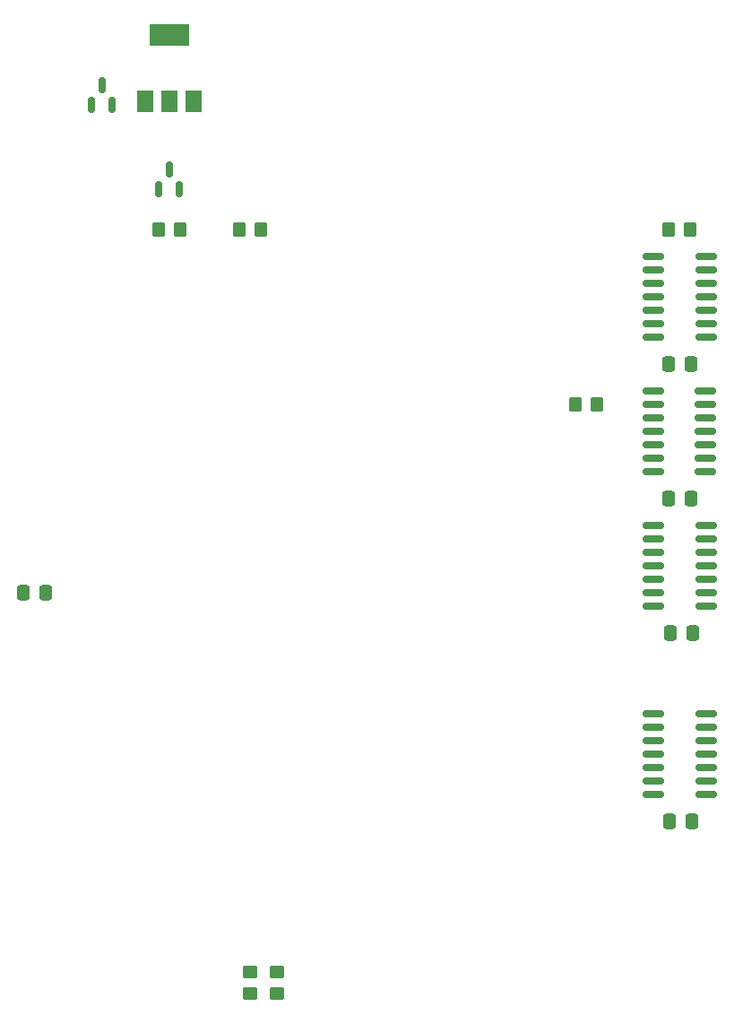
<source format=gbp>
G04 #@! TF.GenerationSoftware,KiCad,Pcbnew,8.0.5*
G04 #@! TF.CreationDate,2024-10-04T16:12:56+02:00*
G04 #@! TF.ProjectId,at90s8535,61743930-7338-4353-9335-2e6b69636164,V1.0*
G04 #@! TF.SameCoordinates,Original*
G04 #@! TF.FileFunction,Paste,Bot*
G04 #@! TF.FilePolarity,Positive*
%FSLAX46Y46*%
G04 Gerber Fmt 4.6, Leading zero omitted, Abs format (unit mm)*
G04 Created by KiCad (PCBNEW 8.0.5) date 2024-10-04 16:12:56*
%MOMM*%
%LPD*%
G01*
G04 APERTURE LIST*
G04 Aperture macros list*
%AMRoundRect*
0 Rectangle with rounded corners*
0 $1 Rounding radius*
0 $2 $3 $4 $5 $6 $7 $8 $9 X,Y pos of 4 corners*
0 Add a 4 corners polygon primitive as box body*
4,1,4,$2,$3,$4,$5,$6,$7,$8,$9,$2,$3,0*
0 Add four circle primitives for the rounded corners*
1,1,$1+$1,$2,$3*
1,1,$1+$1,$4,$5*
1,1,$1+$1,$6,$7*
1,1,$1+$1,$8,$9*
0 Add four rect primitives between the rounded corners*
20,1,$1+$1,$2,$3,$4,$5,0*
20,1,$1+$1,$4,$5,$6,$7,0*
20,1,$1+$1,$6,$7,$8,$9,0*
20,1,$1+$1,$8,$9,$2,$3,0*%
G04 Aperture macros list end*
%ADD10R,1.500000X2.000000*%
%ADD11R,3.800000X2.000000*%
%ADD12RoundRect,0.250000X0.450000X-0.350000X0.450000X0.350000X-0.450000X0.350000X-0.450000X-0.350000X0*%
%ADD13RoundRect,0.250000X-0.337500X-0.475000X0.337500X-0.475000X0.337500X0.475000X-0.337500X0.475000X0*%
%ADD14RoundRect,0.150000X0.150000X-0.587500X0.150000X0.587500X-0.150000X0.587500X-0.150000X-0.587500X0*%
%ADD15RoundRect,0.250000X0.350000X0.450000X-0.350000X0.450000X-0.350000X-0.450000X0.350000X-0.450000X0*%
%ADD16RoundRect,0.150000X0.825000X0.150000X-0.825000X0.150000X-0.825000X-0.150000X0.825000X-0.150000X0*%
%ADD17RoundRect,0.250000X-0.350000X-0.450000X0.350000X-0.450000X0.350000X0.450000X-0.350000X0.450000X0*%
G04 APERTURE END LIST*
D10*
X-18020000Y40030000D03*
X-20320000Y40030000D03*
D11*
X-20320000Y46330000D03*
D10*
X-22620000Y40030000D03*
D12*
X-12700000Y-44180000D03*
X-12700000Y-42180000D03*
D13*
X26902500Y15240000D03*
X28977500Y15240000D03*
D14*
X-25720000Y39702500D03*
X-27620000Y39702500D03*
X-26670000Y41577500D03*
D15*
X20050000Y11430000D03*
X18050000Y11430000D03*
D16*
X30350000Y12700000D03*
X30350000Y11430000D03*
X30350000Y10160000D03*
X30350000Y8890000D03*
X30350000Y7620000D03*
X30350000Y6350000D03*
X30350000Y5080000D03*
X25400000Y5080000D03*
X25400000Y6350000D03*
X25400000Y7620000D03*
X25400000Y8890000D03*
X25400000Y10160000D03*
X25400000Y11430000D03*
X25400000Y12700000D03*
X30415000Y-17780000D03*
X30415000Y-19050000D03*
X30415000Y-20320000D03*
X30415000Y-21590000D03*
X30415000Y-22860000D03*
X30415000Y-24130000D03*
X30415000Y-25400000D03*
X25465000Y-25400000D03*
X25465000Y-24130000D03*
X25465000Y-22860000D03*
X25465000Y-21590000D03*
X25465000Y-20320000D03*
X25465000Y-19050000D03*
X25465000Y-17780000D03*
D13*
X27070000Y-10160000D03*
X29145000Y-10160000D03*
X26902500Y2540000D03*
X28977500Y2540000D03*
X-34057500Y-6350000D03*
X-31982500Y-6350000D03*
D12*
X-10160000Y-44180000D03*
X-10160000Y-42180000D03*
D17*
X26875000Y27940000D03*
X28875000Y27940000D03*
D14*
X-19370000Y31750000D03*
X-21270000Y31750000D03*
X-20320000Y33625000D03*
D17*
X-21320000Y27940000D03*
X-19320000Y27940000D03*
D16*
X30415000Y25400000D03*
X30415000Y24130000D03*
X30415000Y22860000D03*
X30415000Y21590000D03*
X30415000Y20320000D03*
X30415000Y19050000D03*
X30415000Y17780000D03*
X25465000Y17780000D03*
X25465000Y19050000D03*
X25465000Y20320000D03*
X25465000Y21590000D03*
X25465000Y22860000D03*
X25465000Y24130000D03*
X25465000Y25400000D03*
X30415000Y0D03*
X30415000Y-1270000D03*
X30415000Y-2540000D03*
X30415000Y-3810000D03*
X30415000Y-5080000D03*
X30415000Y-6350000D03*
X30415000Y-7620000D03*
X25465000Y-7620000D03*
X25465000Y-6350000D03*
X25465000Y-5080000D03*
X25465000Y-3810000D03*
X25465000Y-2540000D03*
X25465000Y-1270000D03*
X25465000Y0D03*
D17*
X-13700000Y27940000D03*
X-11700000Y27940000D03*
D13*
X26967500Y-27940000D03*
X29042500Y-27940000D03*
M02*

</source>
